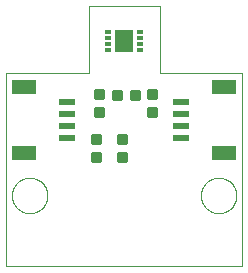
<source format=gtp>
G75*
%MOIN*%
%OFA0B0*%
%FSLAX25Y25*%
%IPPOS*%
%LPD*%
%AMOC8*
5,1,8,0,0,1.08239X$1,22.5*
%
%ADD10C,0.00100*%
%ADD11C,0.00000*%
%ADD12C,0.00875*%
%ADD13R,0.05315X0.02362*%
%ADD14R,0.07874X0.04724*%
%ADD15R,0.06102X0.07283*%
%ADD16R,0.02362X0.01181*%
D10*
X0011938Y0001701D02*
X0011938Y0066268D01*
X0039498Y0066268D01*
X0039498Y0088315D01*
X0063120Y0088315D01*
X0063120Y0066268D01*
X0090679Y0066268D01*
X0090679Y0001701D01*
X0011938Y0001701D01*
D11*
X0013906Y0025323D02*
X0013908Y0025476D01*
X0013914Y0025630D01*
X0013924Y0025783D01*
X0013938Y0025935D01*
X0013956Y0026088D01*
X0013978Y0026239D01*
X0014003Y0026390D01*
X0014033Y0026541D01*
X0014067Y0026691D01*
X0014104Y0026839D01*
X0014145Y0026987D01*
X0014190Y0027133D01*
X0014239Y0027279D01*
X0014292Y0027423D01*
X0014348Y0027565D01*
X0014408Y0027706D01*
X0014472Y0027846D01*
X0014539Y0027984D01*
X0014610Y0028120D01*
X0014685Y0028254D01*
X0014762Y0028386D01*
X0014844Y0028516D01*
X0014928Y0028644D01*
X0015016Y0028770D01*
X0015107Y0028893D01*
X0015201Y0029014D01*
X0015299Y0029132D01*
X0015399Y0029248D01*
X0015503Y0029361D01*
X0015609Y0029472D01*
X0015718Y0029580D01*
X0015830Y0029685D01*
X0015944Y0029786D01*
X0016062Y0029885D01*
X0016181Y0029981D01*
X0016303Y0030074D01*
X0016428Y0030163D01*
X0016555Y0030250D01*
X0016684Y0030332D01*
X0016815Y0030412D01*
X0016948Y0030488D01*
X0017083Y0030561D01*
X0017220Y0030630D01*
X0017359Y0030695D01*
X0017499Y0030757D01*
X0017641Y0030815D01*
X0017784Y0030870D01*
X0017929Y0030921D01*
X0018075Y0030968D01*
X0018222Y0031011D01*
X0018370Y0031050D01*
X0018519Y0031086D01*
X0018669Y0031117D01*
X0018820Y0031145D01*
X0018971Y0031169D01*
X0019124Y0031189D01*
X0019276Y0031205D01*
X0019429Y0031217D01*
X0019582Y0031225D01*
X0019735Y0031229D01*
X0019889Y0031229D01*
X0020042Y0031225D01*
X0020195Y0031217D01*
X0020348Y0031205D01*
X0020500Y0031189D01*
X0020653Y0031169D01*
X0020804Y0031145D01*
X0020955Y0031117D01*
X0021105Y0031086D01*
X0021254Y0031050D01*
X0021402Y0031011D01*
X0021549Y0030968D01*
X0021695Y0030921D01*
X0021840Y0030870D01*
X0021983Y0030815D01*
X0022125Y0030757D01*
X0022265Y0030695D01*
X0022404Y0030630D01*
X0022541Y0030561D01*
X0022676Y0030488D01*
X0022809Y0030412D01*
X0022940Y0030332D01*
X0023069Y0030250D01*
X0023196Y0030163D01*
X0023321Y0030074D01*
X0023443Y0029981D01*
X0023562Y0029885D01*
X0023680Y0029786D01*
X0023794Y0029685D01*
X0023906Y0029580D01*
X0024015Y0029472D01*
X0024121Y0029361D01*
X0024225Y0029248D01*
X0024325Y0029132D01*
X0024423Y0029014D01*
X0024517Y0028893D01*
X0024608Y0028770D01*
X0024696Y0028644D01*
X0024780Y0028516D01*
X0024862Y0028386D01*
X0024939Y0028254D01*
X0025014Y0028120D01*
X0025085Y0027984D01*
X0025152Y0027846D01*
X0025216Y0027706D01*
X0025276Y0027565D01*
X0025332Y0027423D01*
X0025385Y0027279D01*
X0025434Y0027133D01*
X0025479Y0026987D01*
X0025520Y0026839D01*
X0025557Y0026691D01*
X0025591Y0026541D01*
X0025621Y0026390D01*
X0025646Y0026239D01*
X0025668Y0026088D01*
X0025686Y0025935D01*
X0025700Y0025783D01*
X0025710Y0025630D01*
X0025716Y0025476D01*
X0025718Y0025323D01*
X0025716Y0025170D01*
X0025710Y0025016D01*
X0025700Y0024863D01*
X0025686Y0024711D01*
X0025668Y0024558D01*
X0025646Y0024407D01*
X0025621Y0024256D01*
X0025591Y0024105D01*
X0025557Y0023955D01*
X0025520Y0023807D01*
X0025479Y0023659D01*
X0025434Y0023513D01*
X0025385Y0023367D01*
X0025332Y0023223D01*
X0025276Y0023081D01*
X0025216Y0022940D01*
X0025152Y0022800D01*
X0025085Y0022662D01*
X0025014Y0022526D01*
X0024939Y0022392D01*
X0024862Y0022260D01*
X0024780Y0022130D01*
X0024696Y0022002D01*
X0024608Y0021876D01*
X0024517Y0021753D01*
X0024423Y0021632D01*
X0024325Y0021514D01*
X0024225Y0021398D01*
X0024121Y0021285D01*
X0024015Y0021174D01*
X0023906Y0021066D01*
X0023794Y0020961D01*
X0023680Y0020860D01*
X0023562Y0020761D01*
X0023443Y0020665D01*
X0023321Y0020572D01*
X0023196Y0020483D01*
X0023069Y0020396D01*
X0022940Y0020314D01*
X0022809Y0020234D01*
X0022676Y0020158D01*
X0022541Y0020085D01*
X0022404Y0020016D01*
X0022265Y0019951D01*
X0022125Y0019889D01*
X0021983Y0019831D01*
X0021840Y0019776D01*
X0021695Y0019725D01*
X0021549Y0019678D01*
X0021402Y0019635D01*
X0021254Y0019596D01*
X0021105Y0019560D01*
X0020955Y0019529D01*
X0020804Y0019501D01*
X0020653Y0019477D01*
X0020500Y0019457D01*
X0020348Y0019441D01*
X0020195Y0019429D01*
X0020042Y0019421D01*
X0019889Y0019417D01*
X0019735Y0019417D01*
X0019582Y0019421D01*
X0019429Y0019429D01*
X0019276Y0019441D01*
X0019124Y0019457D01*
X0018971Y0019477D01*
X0018820Y0019501D01*
X0018669Y0019529D01*
X0018519Y0019560D01*
X0018370Y0019596D01*
X0018222Y0019635D01*
X0018075Y0019678D01*
X0017929Y0019725D01*
X0017784Y0019776D01*
X0017641Y0019831D01*
X0017499Y0019889D01*
X0017359Y0019951D01*
X0017220Y0020016D01*
X0017083Y0020085D01*
X0016948Y0020158D01*
X0016815Y0020234D01*
X0016684Y0020314D01*
X0016555Y0020396D01*
X0016428Y0020483D01*
X0016303Y0020572D01*
X0016181Y0020665D01*
X0016062Y0020761D01*
X0015944Y0020860D01*
X0015830Y0020961D01*
X0015718Y0021066D01*
X0015609Y0021174D01*
X0015503Y0021285D01*
X0015399Y0021398D01*
X0015299Y0021514D01*
X0015201Y0021632D01*
X0015107Y0021753D01*
X0015016Y0021876D01*
X0014928Y0022002D01*
X0014844Y0022130D01*
X0014762Y0022260D01*
X0014685Y0022392D01*
X0014610Y0022526D01*
X0014539Y0022662D01*
X0014472Y0022800D01*
X0014408Y0022940D01*
X0014348Y0023081D01*
X0014292Y0023223D01*
X0014239Y0023367D01*
X0014190Y0023513D01*
X0014145Y0023659D01*
X0014104Y0023807D01*
X0014067Y0023955D01*
X0014033Y0024105D01*
X0014003Y0024256D01*
X0013978Y0024407D01*
X0013956Y0024558D01*
X0013938Y0024711D01*
X0013924Y0024863D01*
X0013914Y0025016D01*
X0013908Y0025170D01*
X0013906Y0025323D01*
X0076899Y0025323D02*
X0076901Y0025476D01*
X0076907Y0025630D01*
X0076917Y0025783D01*
X0076931Y0025935D01*
X0076949Y0026088D01*
X0076971Y0026239D01*
X0076996Y0026390D01*
X0077026Y0026541D01*
X0077060Y0026691D01*
X0077097Y0026839D01*
X0077138Y0026987D01*
X0077183Y0027133D01*
X0077232Y0027279D01*
X0077285Y0027423D01*
X0077341Y0027565D01*
X0077401Y0027706D01*
X0077465Y0027846D01*
X0077532Y0027984D01*
X0077603Y0028120D01*
X0077678Y0028254D01*
X0077755Y0028386D01*
X0077837Y0028516D01*
X0077921Y0028644D01*
X0078009Y0028770D01*
X0078100Y0028893D01*
X0078194Y0029014D01*
X0078292Y0029132D01*
X0078392Y0029248D01*
X0078496Y0029361D01*
X0078602Y0029472D01*
X0078711Y0029580D01*
X0078823Y0029685D01*
X0078937Y0029786D01*
X0079055Y0029885D01*
X0079174Y0029981D01*
X0079296Y0030074D01*
X0079421Y0030163D01*
X0079548Y0030250D01*
X0079677Y0030332D01*
X0079808Y0030412D01*
X0079941Y0030488D01*
X0080076Y0030561D01*
X0080213Y0030630D01*
X0080352Y0030695D01*
X0080492Y0030757D01*
X0080634Y0030815D01*
X0080777Y0030870D01*
X0080922Y0030921D01*
X0081068Y0030968D01*
X0081215Y0031011D01*
X0081363Y0031050D01*
X0081512Y0031086D01*
X0081662Y0031117D01*
X0081813Y0031145D01*
X0081964Y0031169D01*
X0082117Y0031189D01*
X0082269Y0031205D01*
X0082422Y0031217D01*
X0082575Y0031225D01*
X0082728Y0031229D01*
X0082882Y0031229D01*
X0083035Y0031225D01*
X0083188Y0031217D01*
X0083341Y0031205D01*
X0083493Y0031189D01*
X0083646Y0031169D01*
X0083797Y0031145D01*
X0083948Y0031117D01*
X0084098Y0031086D01*
X0084247Y0031050D01*
X0084395Y0031011D01*
X0084542Y0030968D01*
X0084688Y0030921D01*
X0084833Y0030870D01*
X0084976Y0030815D01*
X0085118Y0030757D01*
X0085258Y0030695D01*
X0085397Y0030630D01*
X0085534Y0030561D01*
X0085669Y0030488D01*
X0085802Y0030412D01*
X0085933Y0030332D01*
X0086062Y0030250D01*
X0086189Y0030163D01*
X0086314Y0030074D01*
X0086436Y0029981D01*
X0086555Y0029885D01*
X0086673Y0029786D01*
X0086787Y0029685D01*
X0086899Y0029580D01*
X0087008Y0029472D01*
X0087114Y0029361D01*
X0087218Y0029248D01*
X0087318Y0029132D01*
X0087416Y0029014D01*
X0087510Y0028893D01*
X0087601Y0028770D01*
X0087689Y0028644D01*
X0087773Y0028516D01*
X0087855Y0028386D01*
X0087932Y0028254D01*
X0088007Y0028120D01*
X0088078Y0027984D01*
X0088145Y0027846D01*
X0088209Y0027706D01*
X0088269Y0027565D01*
X0088325Y0027423D01*
X0088378Y0027279D01*
X0088427Y0027133D01*
X0088472Y0026987D01*
X0088513Y0026839D01*
X0088550Y0026691D01*
X0088584Y0026541D01*
X0088614Y0026390D01*
X0088639Y0026239D01*
X0088661Y0026088D01*
X0088679Y0025935D01*
X0088693Y0025783D01*
X0088703Y0025630D01*
X0088709Y0025476D01*
X0088711Y0025323D01*
X0088709Y0025170D01*
X0088703Y0025016D01*
X0088693Y0024863D01*
X0088679Y0024711D01*
X0088661Y0024558D01*
X0088639Y0024407D01*
X0088614Y0024256D01*
X0088584Y0024105D01*
X0088550Y0023955D01*
X0088513Y0023807D01*
X0088472Y0023659D01*
X0088427Y0023513D01*
X0088378Y0023367D01*
X0088325Y0023223D01*
X0088269Y0023081D01*
X0088209Y0022940D01*
X0088145Y0022800D01*
X0088078Y0022662D01*
X0088007Y0022526D01*
X0087932Y0022392D01*
X0087855Y0022260D01*
X0087773Y0022130D01*
X0087689Y0022002D01*
X0087601Y0021876D01*
X0087510Y0021753D01*
X0087416Y0021632D01*
X0087318Y0021514D01*
X0087218Y0021398D01*
X0087114Y0021285D01*
X0087008Y0021174D01*
X0086899Y0021066D01*
X0086787Y0020961D01*
X0086673Y0020860D01*
X0086555Y0020761D01*
X0086436Y0020665D01*
X0086314Y0020572D01*
X0086189Y0020483D01*
X0086062Y0020396D01*
X0085933Y0020314D01*
X0085802Y0020234D01*
X0085669Y0020158D01*
X0085534Y0020085D01*
X0085397Y0020016D01*
X0085258Y0019951D01*
X0085118Y0019889D01*
X0084976Y0019831D01*
X0084833Y0019776D01*
X0084688Y0019725D01*
X0084542Y0019678D01*
X0084395Y0019635D01*
X0084247Y0019596D01*
X0084098Y0019560D01*
X0083948Y0019529D01*
X0083797Y0019501D01*
X0083646Y0019477D01*
X0083493Y0019457D01*
X0083341Y0019441D01*
X0083188Y0019429D01*
X0083035Y0019421D01*
X0082882Y0019417D01*
X0082728Y0019417D01*
X0082575Y0019421D01*
X0082422Y0019429D01*
X0082269Y0019441D01*
X0082117Y0019457D01*
X0081964Y0019477D01*
X0081813Y0019501D01*
X0081662Y0019529D01*
X0081512Y0019560D01*
X0081363Y0019596D01*
X0081215Y0019635D01*
X0081068Y0019678D01*
X0080922Y0019725D01*
X0080777Y0019776D01*
X0080634Y0019831D01*
X0080492Y0019889D01*
X0080352Y0019951D01*
X0080213Y0020016D01*
X0080076Y0020085D01*
X0079941Y0020158D01*
X0079808Y0020234D01*
X0079677Y0020314D01*
X0079548Y0020396D01*
X0079421Y0020483D01*
X0079296Y0020572D01*
X0079174Y0020665D01*
X0079055Y0020761D01*
X0078937Y0020860D01*
X0078823Y0020961D01*
X0078711Y0021066D01*
X0078602Y0021174D01*
X0078496Y0021285D01*
X0078392Y0021398D01*
X0078292Y0021514D01*
X0078194Y0021632D01*
X0078100Y0021753D01*
X0078009Y0021876D01*
X0077921Y0022002D01*
X0077837Y0022130D01*
X0077755Y0022260D01*
X0077678Y0022392D01*
X0077603Y0022526D01*
X0077532Y0022662D01*
X0077465Y0022800D01*
X0077401Y0022940D01*
X0077341Y0023081D01*
X0077285Y0023223D01*
X0077232Y0023367D01*
X0077183Y0023513D01*
X0077138Y0023659D01*
X0077097Y0023807D01*
X0077060Y0023955D01*
X0077026Y0024105D01*
X0076996Y0024256D01*
X0076971Y0024407D01*
X0076949Y0024558D01*
X0076931Y0024711D01*
X0076917Y0024863D01*
X0076907Y0025016D01*
X0076901Y0025170D01*
X0076899Y0025323D01*
D12*
X0049125Y0036888D02*
X0049125Y0039514D01*
X0051751Y0039514D01*
X0051751Y0036888D01*
X0049125Y0036888D01*
X0049125Y0037719D02*
X0051751Y0037719D01*
X0051751Y0038550D02*
X0049125Y0038550D01*
X0049125Y0039381D02*
X0051751Y0039381D01*
X0049125Y0042888D02*
X0049125Y0045514D01*
X0051751Y0045514D01*
X0051751Y0042888D01*
X0049125Y0042888D01*
X0049125Y0043719D02*
X0051751Y0043719D01*
X0051751Y0044550D02*
X0049125Y0044550D01*
X0049125Y0045381D02*
X0051751Y0045381D01*
X0059301Y0051800D02*
X0059301Y0054426D01*
X0061927Y0054426D01*
X0061927Y0051800D01*
X0059301Y0051800D01*
X0059301Y0052631D02*
X0061927Y0052631D01*
X0061927Y0053462D02*
X0059301Y0053462D01*
X0059301Y0054293D02*
X0061927Y0054293D01*
X0059301Y0057800D02*
X0059301Y0060426D01*
X0061927Y0060426D01*
X0061927Y0057800D01*
X0059301Y0057800D01*
X0059301Y0058631D02*
X0061927Y0058631D01*
X0061927Y0059462D02*
X0059301Y0059462D01*
X0059301Y0060293D02*
X0061927Y0060293D01*
X0056196Y0057588D02*
X0053570Y0057588D01*
X0053570Y0060214D01*
X0056196Y0060214D01*
X0056196Y0057588D01*
X0056196Y0058419D02*
X0053570Y0058419D01*
X0053570Y0059250D02*
X0056196Y0059250D01*
X0056196Y0060081D02*
X0053570Y0060081D01*
X0050196Y0057588D02*
X0047570Y0057588D01*
X0047570Y0060214D01*
X0050196Y0060214D01*
X0050196Y0057588D01*
X0050196Y0058419D02*
X0047570Y0058419D01*
X0047570Y0059250D02*
X0050196Y0059250D01*
X0050196Y0060081D02*
X0047570Y0060081D01*
X0044251Y0060414D02*
X0044251Y0057788D01*
X0041625Y0057788D01*
X0041625Y0060414D01*
X0044251Y0060414D01*
X0044251Y0058619D02*
X0041625Y0058619D01*
X0041625Y0059450D02*
X0044251Y0059450D01*
X0044251Y0060281D02*
X0041625Y0060281D01*
X0044251Y0054414D02*
X0044251Y0051788D01*
X0041625Y0051788D01*
X0041625Y0054414D01*
X0044251Y0054414D01*
X0044251Y0052619D02*
X0041625Y0052619D01*
X0041625Y0053450D02*
X0044251Y0053450D01*
X0044251Y0054281D02*
X0041625Y0054281D01*
X0040725Y0045514D02*
X0040725Y0042888D01*
X0040725Y0045514D02*
X0043351Y0045514D01*
X0043351Y0042888D01*
X0040725Y0042888D01*
X0040725Y0043719D02*
X0043351Y0043719D01*
X0043351Y0044550D02*
X0040725Y0044550D01*
X0040725Y0045381D02*
X0043351Y0045381D01*
X0040725Y0039514D02*
X0040725Y0036888D01*
X0040725Y0039514D02*
X0043351Y0039514D01*
X0043351Y0036888D01*
X0040725Y0036888D01*
X0040725Y0037719D02*
X0043351Y0037719D01*
X0043351Y0038550D02*
X0040725Y0038550D01*
X0040725Y0039381D02*
X0043351Y0039381D01*
D13*
X0032411Y0044614D03*
X0032411Y0048551D03*
X0032411Y0052488D03*
X0032411Y0056425D03*
X0070206Y0056425D03*
X0070206Y0052488D03*
X0070206Y0048551D03*
X0070206Y0044614D03*
D14*
X0084675Y0039496D03*
X0084675Y0061543D03*
X0017942Y0061543D03*
X0017942Y0039496D03*
D15*
X0051309Y0076701D03*
D16*
X0056623Y0077685D03*
X0056623Y0075717D03*
X0056623Y0073748D03*
X0056623Y0079654D03*
X0045994Y0079654D03*
X0045994Y0077685D03*
X0045994Y0075717D03*
X0045994Y0073748D03*
M02*

</source>
